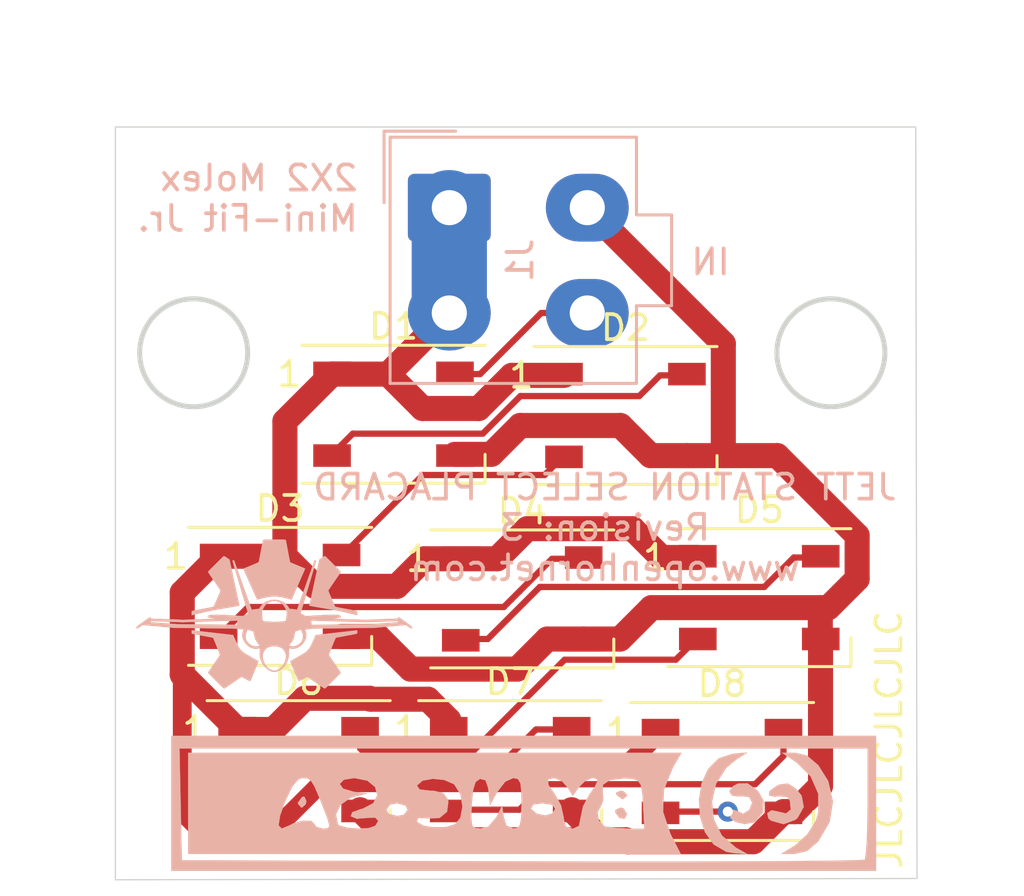
<source format=kicad_pcb>
(kicad_pcb (version 20211014) (generator pcbnew)
  (title_block (title "JETT STATION SELECT PLACARD") (date "2023-04-01") (rev "3"))
  (layers (0 "F.Cu" signal) (31 "B.Cu" signal) (34 "B.Paste" user) (35 "F.Paste" user) (36 "B.SilkS" user "B.Silkscreen") (37 "F.SilkS" user "F.Silkscreen") (38 "B.Mask" user) (39 "F.Mask" user) (44 "Edge.Cuts" user))
  (net 0 "")
  (net 1 "Net-(D1-Pad2)")
  (net 2 "Net-(D2-Pad2)")
  (net 3 "Net-(D3-Pad2)")
  (net 4 "Net-(D4-Pad2)")
  (net 5 "Net-(D5-Pad2)")
  (net 6 "Net-(D6-Pad2)")
  (net 7 "Net-(D7-Pad2)")
  (net 8 "/LED+5V")
  (net 9 "/DATAIN")
  (net 10 "/LEDGND")
  (net 11 "/DATAOUT")
  (footprint "OH_Footprints:LED_WS2812B_PLCC4_5.0x5.0mm_P3.2mm" (layer "F.Cu") (at 142.81 92.4304)
    (fp_text reference "D1" (at 0 -3.5) (layer "F.SilkS"))
    (fp_text value "WS2812B")
    (fp_text user "1" (at -4.15 -1.6) (layer "F.SilkS"))
    (pad "1" smd rect (at -2.45 -1.65) (size 1.5 0.9) (layers "F.Cu" "F.Paste" "F.Mask") (net 8 "/LED+5V"))
    (pad "2" smd rect (at -2.45 1.65) (size 1.5 0.9) (layers "F.Cu" "F.Paste" "F.Mask") (net 1 "Net-(D1-Pad2)"))
    (pad "3" smd rect (at 2.45 1.65) (size 1.5 0.9) (layers "F.Cu" "F.Paste" "F.Mask") (net 10 "/LEDGND"))
    (pad "4" smd rect (at 2.45 -1.65) (size 1.5 0.9) (layers "F.Cu" "F.Paste" "F.Mask") (net 9 "/DATAIN"))
  )
  (footprint "OH_Footprints:LED_WS2812B_PLCC4_5.0x5.0mm_P3.2mm" (layer "F.Cu") (at 152.056 92.4812)
    (fp_text reference "D2" (at 0 -3.5) (layer "F.SilkS"))
    (fp_text value "WS2812B")
    (fp_text user "1" (at -4.15 -1.6) (layer "F.SilkS"))
    (pad "1" smd rect (at -2.45 -1.65) (size 1.5 0.9) (layers "F.Cu" "F.Paste" "F.Mask") (net 8 "/LED+5V"))
    (pad "2" smd rect (at -2.45 1.65) (size 1.5 0.9) (layers "F.Cu" "F.Paste" "F.Mask") (net 2 "Net-(D2-Pad2)"))
    (pad "3" smd rect (at 2.45 1.65) (size 1.5 0.9) (layers "F.Cu" "F.Paste" "F.Mask") (net 10 "/LEDGND"))
    (pad "4" smd rect (at 2.45 -1.65) (size 1.5 0.9) (layers "F.Cu" "F.Paste" "F.Mask") (net 1 "Net-(D1-Pad2)"))
  )
  (footprint "OH_Footprints:LED_WS2812B_PLCC4_5.0x5.0mm_P3.2mm" (layer "F.Cu") (at 138.289 99.6948)
    (fp_text reference "D3" (at 0 -3.5) (layer "F.SilkS"))
    (fp_text value "WS2812B")
    (fp_text user "1" (at -4.15 -1.6) (layer "F.SilkS"))
    (pad "1" smd rect (at -2.45 -1.65) (size 1.5 0.9) (layers "F.Cu" "F.Paste" "F.Mask") (net 8 "/LED+5V"))
    (pad "2" smd rect (at -2.45 1.65) (size 1.5 0.9) (layers "F.Cu" "F.Paste" "F.Mask") (net 3 "Net-(D3-Pad2)"))
    (pad "3" smd rect (at 2.45 1.65) (size 1.5 0.9) (layers "F.Cu" "F.Paste" "F.Mask") (net 10 "/LEDGND"))
    (pad "4" smd rect (at 2.45 -1.65) (size 1.5 0.9) (layers "F.Cu" "F.Paste" "F.Mask") (net 2 "Net-(D2-Pad2)"))
  )
  (footprint "OH_Footprints:LED_WS2812B_PLCC4_5.0x5.0mm_P3.2mm" (layer "F.Cu") (at 147.941 99.7964)
    (fp_text reference "D4" (at 0 -3.5) (layer "F.SilkS"))
    (fp_text value "WS2812B")
    (fp_text user "1" (at -4.15 -1.6) (layer "F.SilkS"))
    (pad "1" smd rect (at -2.45 -1.65) (size 1.5 0.9) (layers "F.Cu" "F.Paste" "F.Mask") (net 8 "/LED+5V"))
    (pad "2" smd rect (at -2.45 1.65) (size 1.5 0.9) (layers "F.Cu" "F.Paste" "F.Mask") (net 4 "Net-(D4-Pad2)"))
    (pad "3" smd rect (at 2.45 1.65) (size 1.5 0.9) (layers "F.Cu" "F.Paste" "F.Mask") (net 10 "/LEDGND"))
    (pad "4" smd rect (at 2.45 -1.65) (size 1.5 0.9) (layers "F.Cu" "F.Paste" "F.Mask") (net 3 "Net-(D3-Pad2)"))
  )
  (footprint "OH_Footprints:LED_WS2812B_PLCC4_5.0x5.0mm_P3.2mm" (layer "F.Cu") (at 157.39 99.7456)
    (fp_text reference "D5" (at 0 -3.5) (layer "F.SilkS"))
    (fp_text value "WS2812B")
    (fp_text user "1" (at -4.15 -1.6) (layer "F.SilkS"))
    (pad "1" smd rect (at -2.45 -1.65) (size 1.5 0.9) (layers "F.Cu" "F.Paste" "F.Mask") (net 8 "/LED+5V"))
    (pad "2" smd rect (at -2.45 1.65) (size 1.5 0.9) (layers "F.Cu" "F.Paste" "F.Mask") (net 5 "Net-(D5-Pad2)"))
    (pad "3" smd rect (at 2.45 1.65) (size 1.5 0.9) (layers "F.Cu" "F.Paste" "F.Mask") (net 10 "/LEDGND"))
    (pad "4" smd rect (at 2.45 -1.65) (size 1.5 0.9) (layers "F.Cu" "F.Paste" "F.Mask") (net 4 "Net-(D4-Pad2)"))
  )
  (footprint "OH_Footprints:LED_WS2812B_PLCC4_5.0x5.0mm_P3.2mm" (layer "F.Cu") (at 139.028 106.604)
    (fp_text reference "D6" (at 0 -3.5) (layer "F.SilkS"))
    (fp_text value "WS2812B")
    (fp_text user "1" (at -4.15 -1.6) (layer "F.SilkS"))
    (pad "1" smd rect (at -2.45 -1.65) (size 1.5 0.9) (layers "F.Cu" "F.Paste" "F.Mask") (net 8 "/LED+5V"))
    (pad "2" smd rect (at -2.45 1.65) (size 1.5 0.9) (layers "F.Cu" "F.Paste" "F.Mask") (net 6 "Net-(D6-Pad2)"))
    (pad "3" smd rect (at 2.45 1.65) (size 1.5 0.9) (layers "F.Cu" "F.Paste" "F.Mask") (net 10 "/LEDGND"))
    (pad "4" smd rect (at 2.45 -1.65) (size 1.5 0.9) (layers "F.Cu" "F.Paste" "F.Mask") (net 5 "Net-(D5-Pad2)"))
  )
  (footprint "OH_Footprints:LED_WS2812B_PLCC4_5.0x5.0mm_P3.2mm" (layer "F.Cu") (at 147.461 106.604)
    (fp_text reference "D7" (at 0 -3.5) (layer "F.SilkS"))
    (fp_text value "WS2812B")
    (fp_text user "1" (at -4.15 -1.6) (layer "F.SilkS"))
    (pad "1" smd rect (at -2.45 -1.65) (size 1.5 0.9) (layers "F.Cu" "F.Paste" "F.Mask") (net 8 "/LED+5V"))
    (pad "2" smd rect (at -2.45 1.65) (size 1.5 0.9) (layers "F.Cu" "F.Paste" "F.Mask") (net 7 "Net-(D7-Pad2)"))
    (pad "3" smd rect (at 2.45 1.65) (size 1.5 0.9) (layers "F.Cu" "F.Paste" "F.Mask") (net 10 "/LEDGND"))
    (pad "4" smd rect (at 2.45 -1.65) (size 1.5 0.9) (layers "F.Cu" "F.Paste" "F.Mask") (net 6 "Net-(D6-Pad2)"))
  )
  (footprint "OH_Footprints:LED_WS2812B_PLCC4_5.0x5.0mm_P3.2mm" (layer "F.Cu") (at 155.905 106.68)
    (fp_text reference "D8" (at 0 -3.5) (layer "F.SilkS"))
    (fp_text value "WS2812B")
    (fp_text user "1" (at -4.15 -1.6) (layer "F.SilkS"))
    (pad "1" smd rect (at -2.45 -1.65) (size 1.5 0.9) (layers "F.Cu" "F.Paste" "F.Mask") (net 8 "/LED+5V"))
    (pad "2" smd rect (at -2.45 1.65) (size 1.5 0.9) (layers "F.Cu" "F.Paste" "F.Mask") (net 11 "/DATAOUT"))
    (pad "3" smd rect (at 2.45 1.65) (size 1.5 0.9) (layers "F.Cu" "F.Paste" "F.Mask") (net 10 "/LEDGND"))
    (pad "4" smd rect (at 2.45 -1.65) (size 1.5 0.9) (layers "F.Cu" "F.Paste" "F.Mask") (net 7 "Net-(D7-Pad2)"))
  )
  (footprint "OH_Footprints:Molex_Mini-Fit_Jr_5566-04A_2x02_P4.20mm_Vertical" (layer "B.Cu") (at 145.034 84.192 -90)
    (fp_text reference "J1" (at 2.1 -2.820624 90) (layer "B.SilkS") (effects (justify mirror)))
    (fp_text value "Conn_01x04_Female")
    (pad "1" thru_hole roundrect (at 0 0 270) (size 2.7 3.3) (drill 1.4) (layers *.Cu *.Mask) (roundrect_rratio 0.09259296296) (net 8 "/LED+5V"))
    (pad "2" thru_hole oval (at 4.2 0 270) (size 2.7 3.3) (drill 1.4) (layers *.Cu *.Mask) (net 8 "/LED+5V"))
    (pad "3" thru_hole oval (at 0 -5.5 270) (size 2.7 3.3) (drill 1.4) (layers *.Cu *.Mask) (net 10 "/LEDGND"))
    (pad "4" thru_hole oval (at 4.2 -5.5 270) (size 2.7 3.3) (drill 1.4) (layers *.Cu *.Mask) (net 9 "/DATAIN"))
  )
  (footprint "OH_Footprints:OH_LOGO_ONLY_11x6mm" (layer "B.Cu") (at 138.049 100.5332 180)
    (fp_text reference "G1" hide)
    (fp_text value "OH_LOGO_ONLY_11x6mm" hide)
  )
  (footprint "OH_Footprints:CC-BY-NC-SA-Small" (layer "B.Cu") (at 148.082 107.95 180)
    (fp_text reference "G2" hide)
    (fp_text value "LOGO" hide)
  )
  (gr_circle (center 134.844109 89.97999) (end 136.996759 89.97999) (layer "Edge.Cuts") (width 0.2) (fill none))
  (gr_line (start 131.7244 80.9752) (end 131.7244 110.998) (layer "Edge.Cuts") (width 0.05))
  (gr_line (start 163.6268 80.9752) (end 131.7244 80.9752) (layer "Edge.Cuts") (width 0.05))
  (gr_line (start 163.6776 110.9472) (end 163.6268 80.9752) (layer "Edge.Cuts") (width 0.05))
  (gr_line (start 131.7244 110.998) (end 163.6776 110.9472) (layer "Edge.Cuts") (width 0.05))
  (gr_circle (center 160.244109 89.97999) (end 162.39676 89.97999) (layer "Edge.Cuts") (width 0.2) (fill none))
  (gr_text "2X2 Molex\nMini-Fit Jr." (at 141.478 83.82) (layer "B.SilkS") (effects (font (size 1 1)) (justify left mirror)))
  (gr_text "JETT STATION SELECT PLACARD\nRevision: 3\nwww.openhornet.com" (at 151.2316 96.9518) (layer "B.SilkS") (effects (font (size 1 1)) (justify mirror)))
  (gr_text "IN" (at 155.448 86.36) (layer "B.SilkS") (effects (font (size 1 1)) (justify mirror)))
  (gr_text "JLCJLCJLCJLC" (at 162.56 105.41 90) (layer "F.SilkS") (effects (font (size 1 1))))
  (segment (start 141.185001 93.205399) (end 146.368561 93.205399) (width 0.25) (layer "F.Cu") (net 1))
  (segment (start 153.4307 90.8812) (end 154.506 90.8812) (width 0.25) (layer "F.Cu") (net 1))
  (segment (start 152.6054 91.7065) (end 153.4307 90.8812) (width 0.25) (layer "F.Cu") (net 1))
  (segment (start 140.36 94.0304) (end 141.185001 93.205399) (width 0.25) (layer "F.Cu") (net 1))
  (segment (start 147.86746 91.7065) (end 152.6054 91.7065) (width 0.25) (layer "F.Cu") (net 1))
  (segment (start 146.368561 93.205399) (end 147.86746 91.7065) (width 0.25) (layer "F.Cu") (net 1))
  (segment (start 148.83179 94.85541) (end 143.97839 94.85541) (width 0.25) (layer "F.Cu") (net 2))
  (segment (start 143.97839 94.85541) (end 140.739 98.0948) (width 0.25) (layer "F.Cu") (net 2))
  (segment (start 149.606 94.0812) (end 148.83179 94.85541) (width 0.25) (layer "F.Cu") (net 2))
  (segment (start 137.01369 100.12011) (end 147.20618 100.12011) (width 0.25) (layer "F.Cu") (net 3))
  (segment (start 149.12989 98.1964) (end 150.391 98.1964) (width 0.25) (layer "F.Cu") (net 3))
  (segment (start 135.839 101.2948) (end 137.01369 100.12011) (width 0.25) (layer "F.Cu") (net 3))
  (segment (start 147.20618 100.12011) (end 149.12989 98.1964) (width 0.25) (layer "F.Cu") (net 3))
  (segment (start 145.491 101.3964) (end 146.5663 101.3964) (width 0.25) (layer "F.Cu") (net 4))
  (segment (start 148.6429 99.3198) (end 157.5905 99.3198) (width 0.25) (layer "F.Cu") (net 4))
  (segment (start 157.5905 99.3198) (end 158.7647 98.1456) (width 0.25) (layer "F.Cu") (net 4))
  (segment (start 159.84 98.1456) (end 158.7647 98.1456) (width 0.25) (layer "F.Cu") (net 4))
  (segment (start 146.5663 101.3964) (end 148.6429 99.3198) (width 0.25) (layer "F.Cu") (net 4))
  (segment (start 141.478 105.754) (end 141.553001 105.829001) (width 0.25) (layer "F.Cu") (net 5))
  (segment (start 149.628592 102.22141) (end 154.06419 102.22141) (width 0.25) (layer "F.Cu") (net 5))
  (segment (start 141.478 105.004) (end 141.478 105.754) (width 0.25) (layer "F.Cu") (net 5))
  (segment (start 141.553001 105.829001) (end 146.021001 105.829001) (width 0.25) (layer "F.Cu") (net 5))
  (segment (start 146.021001 105.829001) (end 149.628592 102.22141) (width 0.25) (layer "F.Cu") (net 5))
  (segment (start 154.06419 102.22141) (end 154.94 101.3456) (width 0.25) (layer "F.Cu") (net 5))
  (segment (start 146.15731 106.27931) (end 138.50269 106.27931) (width 0.25) (layer "F.Cu") (net 6))
  (segment (start 147.21299 106.27901) (end 146.15701 106.27901) (width 0.25) (layer "F.Cu") (net 6))
  (segment (start 138.50269 106.27931) (end 136.578 108.204) (width 0.25) (layer "F.Cu") (net 6))
  (segment (start 149.911 105.004) (end 148.488 105.004) (width 0.25) (layer "F.Cu") (net 6))
  (segment (start 146.15701 106.27901) (end 146.15731 106.27931) (width 0.25) (layer "F.Cu") (net 6))
  (segment (start 148.488 105.004) (end 147.21299 106.27901) (width 0.25) (layer "F.Cu") (net 6))
  (segment (start 148.844 107.188) (end 147.828 108.204) (width 0.25) (layer "F.Cu") (net 7))
  (segment (start 158.355 105.08) (end 158.355 106.059) (width 0.25) (layer "F.Cu") (net 7))
  (segment (start 158.355 106.059) (end 157.226 107.188) (width 0.25) (layer "F.Cu") (net 7))
  (segment (start 147.828 108.204) (end 145.011 108.204) (width 0.25) (layer "F.Cu") (net 7))
  (segment (start 157.226 107.188) (end 148.844 107.188) (width 0.25) (layer "F.Cu") (net 7))
  (segment (start 154.94 98.1456) (end 153.4897 98.1456) (width 1) (layer "F.Cu") (net 8))
  (segment (start 134.388999 102.814999) (end 134.388999 108.300001) (width 0.75) (layer "F.Cu") (net 8))
  (segment (start 149.606 90.8812) (end 147.52602 90.8812) (width 1) (layer "F.Cu") (net 8))
  (segment (start 134.388999 102.814999) (end 134.388999 99.544801) (width 1) (layer "F.Cu") (net 8))
  (segment (start 134.388999 99.544801) (end 135.839 98.0948) (width 1) (layer "F.Cu") (net 8))
  (segment (start 144.18271 103.79671) (end 141.89671 103.79671) (width 1) (layer "F.Cu") (net 8))
  (segment (start 152.04701 106.48799) (end 153.455 105.08) (width 0.75) (layer "F.Cu") (net 8))
  (segment (start 136.578 105.004) (end 134.388999 102.814999) (width 1) (layer "F.Cu") (net 8))
  (segment (start 138.4809 98.0948) (end 139.6812 99.2951) (width 1) (layer "F.Cu") (net 8))
  (segment (start 138.0283 105.004) (end 139.2719 103.7604) (width 1) (layer "F.Cu") (net 8))
  (segment (start 139.938003 107.128999) (end 147.913039 107.128999) (width 0.75) (layer "F.Cu") (net 8))
  (segment (start 136.578 105.004) (end 138.0283 105.004) (width 1) (layer "F.Cu") (net 8))
  (segment (start 143.9672 92.202) (end 142.5956 90.8304) (width 1) (layer "F.Cu") (net 8))
  (segment (start 146.20522 92.202) (end 143.9672 92.202) (width 1) (layer "F.Cu") (net 8))
  (segment (start 142.942 99.2951) (end 144.0407 98.1964) (width 1) (layer "F.Cu") (net 8))
  (segment (start 145.011 104.625) (end 144.18271 103.79671) (width 1) (layer "F.Cu") (net 8))
  (segment (start 138.4809 92.7095) (end 140.36 90.8304) (width 1) (layer "F.Cu") (net 8))
  (segment (start 152.3402 96.9961) (end 153.4897 98.1456) (width 1) (layer "F.Cu") (net 8))
  (segment (start 135.839 98.0948) (end 138.4809 98.0948) (width 1) (layer "F.Cu") (net 8))
  (segment (start 147.52602 90.8812) (end 146.20522 92.202) (width 1) (layer "F.Cu") (net 8))
  (segment (start 134.388999 108.300001) (end 135.367999 109.279001) (width 0.75) (layer "F.Cu") (net 8))
  (segment (start 140.36 90.8304) (end 142.5956 90.8304) (width 1) (layer "F.Cu") (net 8))
  (segment (start 142.5956 90.8304) (end 145.034 88.392) (width 1) (layer "F.Cu") (net 8))
  (segment (start 148.1416 96.9961) (end 152.3402 96.9961) (width 1) (layer "F.Cu") (net 8))
  (segment (start 145.491 98.1964) (end 146.9413 98.1964) (width 1) (layer "F.Cu") (net 8))
  (segment (start 137.788001 109.279001) (end 139.938003 107.128999) (width 0.75) (layer "F.Cu") (net 8))
  (segment (start 146.9413 98.1964) (end 148.1416 96.9961) (width 1) (layer "F.Cu") (net 8))
  (segment (start 145.011 105.004) (end 145.011 104.625) (width 1) (layer "F.Cu") (net 8))
  (segment (start 138.4809 98.0948) (end 138.4809 92.7095) (width 1) (layer "F.Cu") (net 8))
  (segment (start 141.89671 103.79671) (end 141.8604 103.7604) (width 1) (layer "F.Cu") (net 8))
  (segment (start 139.6812 99.2951) (end 142.942 99.2951) (width 1) (layer "F.Cu") (net 8))
  (segment (start 139.2719 103.7604) (end 141.8604 103.7604) (width 1) (layer "F.Cu") (net 8))
  (segment (start 147.913039 107.128999) (end 148.554048 106.48799) (width 0.75) (layer "F.Cu") (net 8))
  (segment (start 145.491 98.1964) (end 144.0407 98.1964) (width 1) (layer "F.Cu") (net 8))
  (segment (start 135.367999 109.279001) (end 137.788001 109.279001) (width 0.75) (layer "F.Cu") (net 8))
  (segment (start 148.554048 106.48799) (end 152.04701 106.48799) (width 0.75) (layer "F.Cu") (net 8))
  (segment (start 145.034 84.192) (end 145.034 88.392) (width 3) (layer "B.Cu") (net 8))
  (segment (start 146.26 90.8304) (end 148.6984 88.392) (width 0.25) (layer "F.Cu") (net 9))
  (segment (start 145.26 90.8304) (end 146.26 90.8304) (width 0.25) (layer "F.Cu") (net 9))
  (segment (start 148.6984 88.392) (end 150.534 88.392) (width 0.25) (layer "F.Cu") (net 9))
  (segment (start 140.739 101.2948) (end 142.1893 101.2948) (width 1) (layer "F.Cu") (net 10))
  (segment (start 159.84 101.3456) (end 159.8314 101.3456) (width 1) (layer "F.Cu") (net 10))
  (segment (start 153.0925 100.1452) (end 151.8413 101.3964) (width 1) (layer "F.Cu") (net 10))
  (segment (start 151.8554 92.8809) (end 153.0557 94.0812) (width 1) (layer "F.Cu") (net 10))
  (segment (start 154.506 94.0812) (end 155.9563 94.0812) (width 1) (layer "F.Cu") (net 10))
  (segment (start 155.9563 94.0812) (end 158.1055 94.0812) (width 1) (layer "F.Cu") (net 10))
  (segment (start 143.4912 102.5967) (end 147.7404 102.5967) (width 1) (layer "F.Cu") (net 10))
  (segment (start 142.6783 109.4043) (end 147.2604 109.4043) (width 1) (layer "F.Cu") (net 10))
  (segment (start 160.148 100.1452) (end 159.8227 100.1452) (width 1) (layer "F.Cu") (net 10))
  (segment (start 150.6917 108.9847) (end 149.911 108.204) (width 1) (layer "F.Cu") (net 10))
  (segment (start 159.8314 101.3456) (end 159.8227 101.3456) (width 1) (layer "F.Cu") (net 10))
  (segment (start 147.8598 92.8809) (end 151.8554 92.8809) (width 1) (layer "F.Cu") (net 10))
  (segment (start 142.1893 101.2948) (end 143.4912 102.5967) (width 1) (layer "F.Cu") (net 10))
  (segment (start 150.6917 109.4043) (end 150.6917 108.9847) (width 1) (layer "F.Cu") (net 10))
  (segment (start 152.069298 109.4043) (end 152.144999 109.480001) (width 1) (layer "F.Cu") (net 10))
  (segment (start 152.144999 109.480001) (end 157.154999 109.480001) (width 1) (layer "F.Cu") (net 10))
  (segment (start 157.154999 109.480001) (end 158.355 108.28) (width 1) (layer "F.Cu") (net 10))
  (segment (start 154.506 94.0812) (end 153.0557 94.0812) (width 1) (layer "F.Cu") (net 10))
  (segment (start 159.8227 101.3456) (end 159.8227 100.1452) (width 1) (layer "F.Cu") (net 10))
  (segment (start 141.478 108.204) (end 142.6783 109.4043) (width 1) (layer "F.Cu") (net 10))
  (segment (start 161.2904 99.0028) (end 160.148 100.1452) (width 1) (layer "F.Cu") (net 10))
  (segment (start 158.355 108.28) (end 158.8048 108.28) (width 1) (layer "F.Cu") (net 10))
  (segment (start 155.9563 89.6143) (end 150.534 84.192) (width 1) (layer "F.Cu") (net 10))
  (segment (start 150.391 101.3964) (end 151.8413 101.3964) (width 1) (layer "F.Cu") (net 10))
  (segment (start 158.1055 94.0812) (end 161.2904 97.2661) (width 1) (layer "F.Cu") (net 10))
  (segment (start 158.8048 108.28) (end 159.8314 107.2534) (width 1) (layer "F.Cu") (net 10))
  (segment (start 146.7103 94.0304) (end 147.8598 92.8809) (width 1) (layer "F.Cu") (net 10))
  (segment (start 159.8314 101.3456) (end 159.8314 107.2534) (width 1) (layer "F.Cu") (net 10))
  (segment (start 145.26 94.0304) (end 146.7103 94.0304) (width 1) (layer "F.Cu") (net 10))
  (segment (start 155.9563 94.0812) (end 155.9563 89.6143) (width 1) (layer "F.Cu") (net 10))
  (segment (start 147.7404 102.5967) (end 148.9407 101.3964) (width 1) (layer "F.Cu") (net 10))
  (segment (start 150.391 101.3964) (end 148.9407 101.3964) (width 1) (layer "F.Cu") (net 10))
  (segment (start 147.2604 109.4043) (end 150.6917 109.4043) (width 1) (layer "F.Cu") (net 10))
  (segment (start 159.8227 100.1452) (end 153.0925 100.1452) (width 1) (layer "F.Cu") (net 10))
  (segment (start 161.2904 97.2661) (end 161.2904 99.0028) (width 1) (layer "F.Cu") (net 10))
  (segment (start 150.6917 109.4043) (end 152.069298 109.4043) (width 1) (layer "F.Cu") (net 10))
  (segment (start 156.134 108.28) (end 156.134 108.28) (width 0.25) (layer "F.Cu") (net 11))
  (segment (start 153.455 108.28) (end 156.134 108.28) (width 0.25) (layer "F.Cu") (net 11))
  (via (at 156.134 108.28) (size 0.8) (drill 0.4) (layers "F.Cu" "B.Cu") (net 11))
)
</source>
